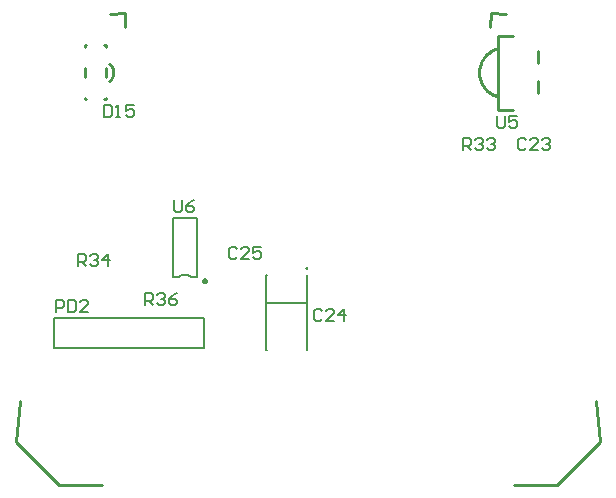
<source format=gto>
%FSTAX26Y26*%
%MOIN*%
%SFA1B1*%

%IPPOS*%
%ADD18C,0.010000*%
%ADD27C,0.008000*%
%ADD28C,0.009840*%
%ADD29C,0.007870*%
%LNunisolder_sensor-1*%
%LPD*%
G54D18*
X0118728Y0339643D02*
D01*
X01189236Y03397933*
X01191084Y03399569*
X01192812Y03401331*
X01194414Y03403208*
X0119588Y03405193*
X01197205Y03407275*
X01198381Y03409445*
X01199403Y03411691*
X01200265Y03414003*
X01200965Y0341637*
X01201497Y03418779*
X0120186Y0342122*
X01202052Y03423681*
X01202072Y03426148*
X0120192Y03428611*
X01201596Y03431058*
X01201103Y03433476*
X01200442Y03435853*
X01199616Y03438179*
X01198631Y03440441*
X0119749Y0344263*
X01196199Y03444733*
X01194765Y03446741*
X01193194Y03448644*
X01191494Y03450433*
X01189673Y03452099*
X01187741Y03453634*
X0118728Y0345397*
X0248367Y0350549D02*
D01*
X02478118Y03503894*
X02472691Y03501915*
X02467415Y03499562*
X02462316Y03496847*
X02457419Y03493783*
X02452748Y03490385*
X02448325Y03486669*
X02444172Y03482654*
X02440309Y03478359*
X02436756Y03473804*
X02433528Y03469013*
X02430643Y03464009*
X02428114Y03458816*
X02425953Y03453458*
X02424171Y03447963*
X02422777Y03442358*
X02421778Y03436668*
X02421177Y03430923*
X02420979Y0342515*
X02421184Y03419377*
X02421791Y03413632*
X02422798Y03407944*
X02424199Y0340234*
X02425987Y03396847*
X02428154Y03391492*
X0243069Y03386302*
X02433581Y03381301*
X02436814Y03376514*
X02440373Y03371964*
X02444241Y03367673*
X02448399Y03363663*
X02452826Y03359953*
X02457502Y0335656*
X02462403Y03353502*
X02467505Y03350793*
X02472783Y03348447*
X02478213Y03346474*
X0248367Y033449*
X0110673Y034102D02*
Y034402D01*
Y033352D02*
X0111173D01*
X0110673Y035152D02*
X0111173D01*
X0117673Y034102D02*
Y034402D01*
X0117173Y033352D02*
X0117673D01*
X0117173Y035152D02*
X0117673D01*
Y035102D02*
Y035152D01*
Y033352D02*
Y033402D01*
X0110673Y033352D02*
Y033402D01*
Y035102D02*
Y035152D01*
X0248374Y033002D02*
X0253374D01*
X0248374D02*
Y035452D01*
X0253374*
X0261874Y034552D02*
Y034952D01*
Y033552D02*
Y033952D01*
X0087795Y0219283D02*
X0088999Y0232991D01*
X0087799Y0219291D02*
X0101999Y0205091D01*
X0116499*
X0253597D02*
X0268097D01*
X0282297Y0219291*
X0281097Y0232991D02*
X0282301Y0219283D01*
X0119Y03621D02*
X0124Y03623D01*
X01242Y03575*
X02461Y03623D02*
X02511Y03621D01*
X02459Y03575D02*
X02461Y03623D01*
G54D27*
X01849Y02773D02*
D01*
X01848995Y02773139*
X0184898Y02773278*
X01848956Y02773415*
X01848922Y02773551*
X01848879Y02773684*
X01848827Y02773813*
X01848765Y02773938*
X01848696Y02774059*
X01848618Y02774175*
X01848532Y02774285*
X01848438Y02774389*
X01848338Y02774486*
X01848231Y02774576*
X01848118Y02774658*
X01848Y02774732*
X01847876Y02774797*
X01847749Y02774854*
X01847618Y02774902*
X01847483Y0277494*
X01847347Y02774969*
X01847209Y02774989*
X01847069Y02774998*
X0184693*
X0184679Y02774989*
X01846652Y02774969*
X01846516Y0277494*
X01846381Y02774902*
X0184625Y02774854*
X01846123Y02774797*
X01846Y02774732*
X01845881Y02774658*
X01845768Y02774576*
X01845661Y02774486*
X01845561Y02774389*
X01845467Y02774285*
X01845381Y02774175*
X01845303Y02774059*
X01845234Y02773938*
X01845172Y02773813*
X0184512Y02773684*
X01845077Y02773551*
X01845043Y02773415*
X01845019Y02773278*
X01845004Y02773139*
X01845Y02773*
X01845004Y0277286*
X01845019Y02772721*
X01845043Y02772584*
X01845077Y02772448*
X0184512Y02772315*
X01845172Y02772186*
X01845234Y02772061*
X01845303Y0277194*
X01845381Y02771824*
X01845467Y02771714*
X01845561Y0277161*
X01845661Y02771513*
X01845768Y02771423*
X01845881Y02771341*
X01846Y02771267*
X01846123Y02771202*
X0184625Y02771145*
X01846381Y02771097*
X01846516Y02771059*
X01846652Y0277103*
X0184679Y0277101*
X0184693Y02771001*
X01847069*
X01847209Y0277101*
X01847347Y0277103*
X01847483Y02771059*
X01847618Y02771097*
X01847749Y02771145*
X01847876Y02771202*
X01848Y02771267*
X01848118Y02771341*
X01848231Y02771423*
X01848338Y02771513*
X01848438Y0277161*
X01848532Y02771714*
X01848618Y02771824*
X01848696Y0277194*
X01848765Y02772061*
X01848827Y02772186*
X01848879Y02772315*
X01848922Y02772448*
X01848956Y02772584*
X0184898Y02772721*
X01848995Y0277286*
X01849Y02773*
X0189666Y0262832D02*
X0188999Y0263499D01*
X0187666*
X0187Y0262832*
Y0260166*
X0187666Y02595*
X0188999*
X0189666Y0260166*
X0193665Y02595D02*
X0190999D01*
X0193665Y0262166*
Y0262832*
X0192998Y0263499*
X0191665*
X0190999Y0262832*
X0196997Y02595D02*
Y0263499D01*
X0194997Y0261499*
X0197663*
X0116929Y0331558D02*
Y0327559D01*
X0118929*
X0119595Y0328225*
Y0330891*
X0118929Y0331558*
X0116929*
X0120928Y0327559D02*
X0122261D01*
X0121594*
Y0331558*
X0120928Y0330891*
X0126926Y0331558D02*
X012426D01*
Y0329558*
X0125593Y0330225*
X0126259*
X0126926Y0329558*
Y0328225*
X0126259Y0327559*
X0124926*
X012426Y0328225*
X0101Y02625D02*
Y0266499D01*
X0102999*
X0103666Y0265832*
Y0264499*
X0102999Y0263833*
X0101*
X0104999Y0266499D02*
Y02625D01*
X0106998*
X0107665Y0263166*
Y0265832*
X0106998Y0266499*
X0104999*
X0111663Y02625D02*
X0108997D01*
X0111663Y0265166*
Y0265832*
X0110997Y0266499*
X0109664*
X0108997Y0265832*
X0236614Y0316535D02*
Y0320534D01*
X0238614*
X023928Y0319868*
Y0318535*
X0238614Y0317868*
X0236614*
X0237947D02*
X023928Y0316535D01*
X0240613Y0319868D02*
X0241279Y0320534D01*
X0242612*
X0243279Y0319868*
Y0319201*
X0242612Y0318535*
X0241946*
X0242612*
X0243279Y0317868*
Y0317202*
X0242612Y0316535*
X0241279*
X0240613Y0317202*
X0244612Y0319868D02*
X0245278Y0320534D01*
X0246611*
X0247277Y0319868*
Y0319201*
X0246611Y0318535*
X0245944*
X0246611*
X0247277Y0317868*
Y0317202*
X0246611Y0316535*
X0245278*
X0244612Y0317202*
X0108268Y0277953D02*
Y0281951D01*
X0110267*
X0110933Y0281285*
Y0279952*
X0110267Y0279286*
X0108268*
X0109601D02*
X0110933Y0277953D01*
X0112266Y0281285D02*
X0112933Y0281951D01*
X0114266*
X0114932Y0281285*
Y0280619*
X0114266Y0279952*
X0113599*
X0114266*
X0114932Y0279286*
Y0278619*
X0114266Y0277953*
X0112933*
X0112266Y0278619*
X0118264Y0277953D02*
Y0281951D01*
X0116265Y0279952*
X0118931*
X0130709Y0264961D02*
Y0268959D01*
X0132708*
X0133375Y0268293*
Y026696*
X0132708Y0266294*
X0130709*
X0132042D02*
X0133375Y0264961D01*
X0134707Y0268293D02*
X0135374Y0268959D01*
X0136707*
X0137373Y0268293*
Y0267626*
X0136707Y026696*
X013604*
X0136707*
X0137373Y0266294*
Y0265627*
X0136707Y0264961*
X0135374*
X0134707Y0265627*
X0141372Y0268959D02*
X0140039Y0268293D01*
X0138706Y026696*
Y0265627*
X0139373Y0264961*
X0140705*
X0141372Y0265627*
Y0266294*
X0140705Y026696*
X0138706*
X0248Y0327999D02*
Y0324666D01*
X0248666Y0324*
X0249999*
X0250666Y0324666*
Y0327999*
X0254664D02*
X0251999D01*
Y0325999*
X0253332Y0326666*
X0253998*
X0254664Y0325999*
Y0324666*
X0253998Y0324*
X0252665*
X0251999Y0324666*
X01405Y0299999D02*
Y0296666D01*
X0141166Y0296*
X0142499*
X0143166Y0296666*
Y0299999*
X0147164D02*
X0145832Y0299332D01*
X0144499Y0297999*
Y0296666*
X0145165Y0296*
X0146498*
X0147164Y0296666*
Y0297333*
X0146498Y0297999*
X0144499*
X0257784Y0319868D02*
X0257118Y0320534D01*
X0255785*
X0255118Y0319868*
Y0317202*
X0255785Y0316535*
X0257118*
X0257784Y0317202*
X0261783Y0316535D02*
X0259117D01*
X0261783Y0319201*
Y0319868*
X0261116Y0320534*
X0259783*
X0259117Y0319868*
X0263116D02*
X0263782Y0320534D01*
X0265115*
X0265781Y0319868*
Y0319201*
X0265115Y0318535*
X0264448*
X0265115*
X0265781Y0317868*
Y0317202*
X0265115Y0316535*
X0263782*
X0263116Y0317202*
X0161327Y0283647D02*
X0160661Y0284314D01*
X0159328*
X0158661Y0283647*
Y0280981*
X0159328Y0280315*
X0160661*
X0161327Y0280981*
X0165326Y0280315D02*
X016266D01*
X0165326Y0282981*
Y0283647*
X016466Y0284314*
X0163327*
X016266Y0283647*
X0169325Y0284314D02*
X0166659D01*
Y0282314*
X0167992Y0282981*
X0168658*
X0169325Y0282314*
Y0280981*
X0168658Y0280315*
X0167325*
X0166659Y0280981*
G54D28*
X0150984Y0273D02*
D01*
X01509828Y02730343*
X01509792Y02730684*
X01509732Y02731022*
X01509649Y02731356*
X01509543Y02731682*
X01509414Y02732001*
X01509264Y02732309*
X01509092Y02732607*
X015089Y02732891*
X01508688Y02733162*
X01508459Y02733417*
X01508212Y02733656*
X01507949Y02733877*
X01507671Y02734078*
X0150738Y0273426*
X01507076Y02734422*
X01506763Y02734561*
X0150644Y02734679*
X0150611Y02734773*
X01505774Y02734845*
X01505434Y02734893*
X01505091Y02734917*
X01504748*
X01504405Y02734893*
X01504065Y02734845*
X01503729Y02734773*
X01503399Y02734679*
X01503076Y02734561*
X01502763Y02734422*
X0150246Y0273426*
X01502168Y02734078*
X0150189Y02733877*
X01501627Y02733656*
X0150138Y02733417*
X01501151Y02733162*
X01500939Y02732891*
X01500747Y02732607*
X01500575Y02732309*
X01500425Y02732001*
X01500296Y02731682*
X0150019Y02731356*
X01500107Y02731022*
X01500047Y02730684*
X01500011Y02730343*
X015Y0273*
X01500011Y02729656*
X01500047Y02729315*
X01500107Y02728977*
X0150019Y02728643*
X01500296Y02728317*
X01500425Y02727998*
X01500575Y0272769*
X01500747Y02727392*
X01500939Y02727108*
X01501151Y02726837*
X0150138Y02726582*
X01501627Y02726343*
X0150189Y02726122*
X01502168Y02725921*
X0150246Y02725739*
X01502763Y02725577*
X01503076Y02725438*
X01503399Y0272532*
X01503729Y02725226*
X01504065Y02725154*
X01504405Y02725106*
X01504748Y02725082*
X01505091*
X01505434Y02725106*
X01505774Y02725154*
X0150611Y02725226*
X0150644Y0272532*
X01506763Y02725438*
X01507076Y02725577*
X0150738Y02725739*
X01507671Y02725921*
X01507949Y02726122*
X01508212Y02726343*
X01508459Y02726582*
X01508688Y02726837*
X015089Y02727108*
X01509092Y02727392*
X01509264Y0272769*
X01509414Y02727998*
X01509543Y02728317*
X01509649Y02728643*
X01509732Y02728977*
X01509792Y02729315*
X01509828Y02729656*
X0150984Y0273*
G54D29*
X01005Y02505D02*
Y02605D01*
X01505*
X01005Y02505D02*
X01505D01*
Y02605*
X017111Y0274902D02*
X0171307D01*
X0184693D02*
X018489D01*
X017111Y026565D02*
X018489D01*
X017111Y0250098D02*
X0171307D01*
X0184693D02*
X018489D01*
Y0274902*
X017111Y0250098D02*
Y0274902D01*
X0140063Y0274158D02*
X0142032D01*
X0142874Y0275*
X0145968Y0274158D02*
X0147937D01*
X0145126Y0275D02*
X0145968Y0274158D01*
X0147937D02*
Y0293843D01*
X0140063Y0274158D02*
Y0293843D01*
X0142874Y0275D02*
X0145126D01*
X0140063Y0293843D02*
X0147937D01*
M02*
</source>
